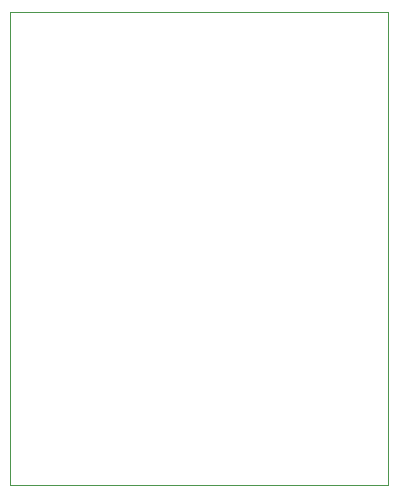
<source format=gbr>
G04 (created by PCBNEW (22-Jun-2014 BZR 4027)-stable) date Tue Nov  3 08:39:22 2015*
%MOIN*%
G04 Gerber Fmt 3.4, Leading zero omitted, Abs format*
%FSLAX34Y34*%
G01*
G70*
G90*
G04 APERTURE LIST*
%ADD10C,0.00590551*%
%ADD11C,0.00393701*%
G04 APERTURE END LIST*
G54D10*
G54D11*
X39370Y-39370D02*
X39763Y-39370D01*
X51968Y-39370D02*
X51574Y-39370D01*
X51968Y-55118D02*
X51968Y-39370D01*
X51574Y-55118D02*
X51968Y-55118D01*
X39370Y-55118D02*
X39763Y-55118D01*
X39370Y-39370D02*
X39370Y-55118D01*
X39763Y-55118D02*
X51574Y-55118D01*
X39763Y-39370D02*
X51574Y-39370D01*
M02*

</source>
